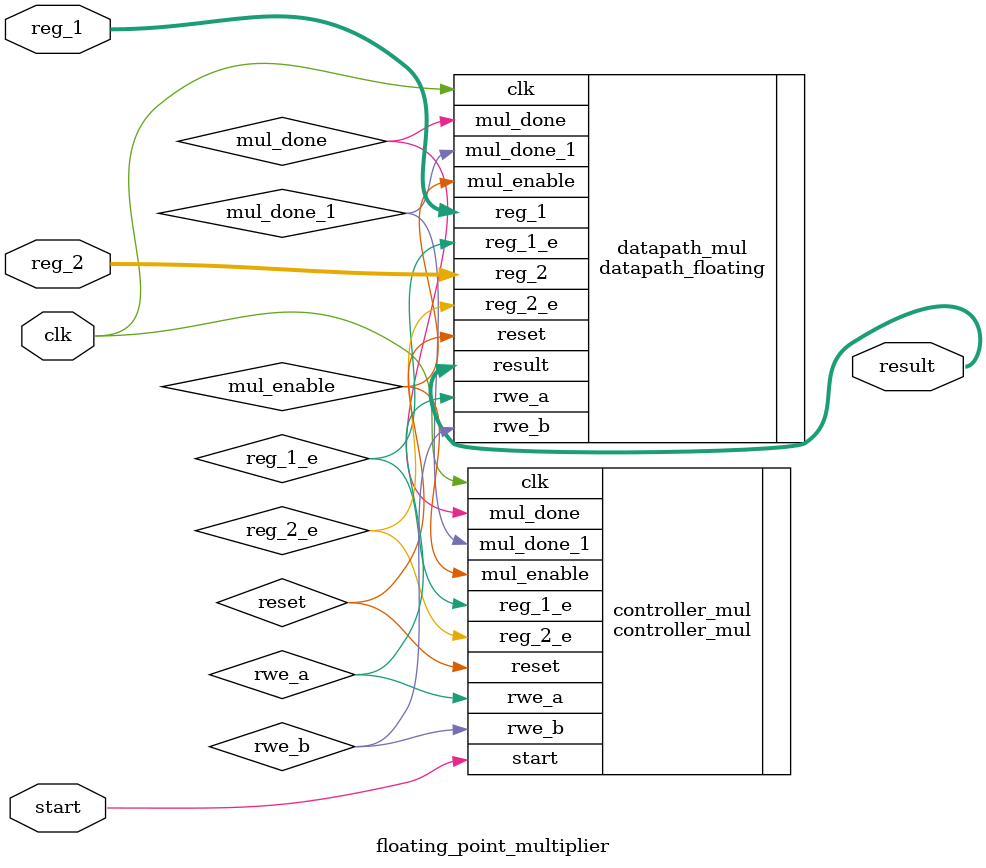
<source format=v>
module floating_point_multiplier(clk, start,reg_1,reg_2, result);
	input clk, start;
	input [31:0] reg_1, reg_2;
	output [31:0] result;
	
	wire rwe_a, mul_enable, rwe_b, reg_1_e, reg_2_e,reset,mul_done;
	
	wire mul_done_1;
	
	controller_mul controller_mul (.clk(clk), .reset(reset), .start(start),.mul_done(mul_done), 
										.rwe_a(rwe_a), .mul_enable(mul_enable), .rwe_b(rwe_b), 
										.reg_1_e(reg_1_e), .reg_2_e(reg_2_e), .mul_done_1(mul_done_1));
	datapath_floating datapath_mul(.clk(clk), .reset(reset), .rwe_a(rwe_a), .mul_enable(mul_enable), 
												.rwe_b(rwe_b), .reg_1(reg_1), .reg_2(reg_2), .reg_1_e(reg_1_e), 
												.reg_2_e(reg_2_e), .mul_done(mul_done),.result(result),.mul_done_1(mul_done_1));
	
	
endmodule

</source>
